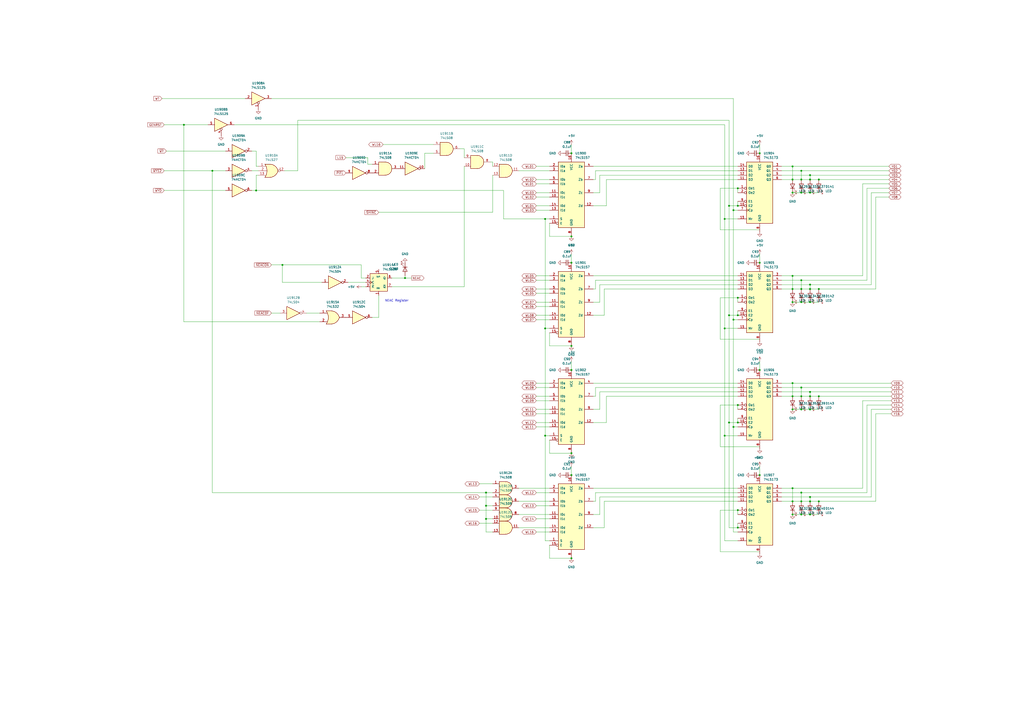
<source format=kicad_sch>
(kicad_sch (version 20231120) (generator "eeschema") (generator_version "8.0")
  (paper "A2")
  (lib_symbols
    (symbol "74xx:74HCT04"
      (property "Reference" "U" (at 0 1.27 0))
      (property "Value" "74HCT04" (at 0 -1.27 0))
      (symbol "74HCT04_1_0"
        (pin input line (at -7.62 0 0) (length 3.81) (name "~") (number "1"))
        (pin output inverted (at 7.62 0 180) (length 3.81) (name "~") (number "2"))
      )
      (symbol "74HCT04_2_0"
        (pin input line (at -7.62 0 0) (length 3.81) (name "~") (number "3"))
        (pin output inverted (at 7.62 0 180) (length 3.81) (name "~") (number "4"))
      )
      (symbol "74HCT04_3_0"
        (pin input line (at -7.62 0 0) (length 3.81) (name "~") (number "5"))
        (pin output inverted (at 7.62 0 180) (length 3.81) (name "~") (number "6"))
      )
      (symbol "74HCT04_4_0"
        (pin output inverted (at 7.62 0 180) (length 3.81) (name "~") (number "8"))
        (pin input line (at -7.62 0 0) (length 3.81) (name "~") (number "9"))
      )
      (symbol "74HCT04_5_0"
        (pin output inverted (at 7.62 0 180) (length 3.81) (name "~") (number "10"))
        (pin input line (at -7.62 0 0) (length 3.81) (name "~") (number "11"))
      )
      (symbol "74HCT04_6_0"
        (pin output inverted (at 7.62 0 180) (length 3.81) (name "~") (number "12"))
        (pin input line (at -7.62 0 0) (length 3.81) (name "~") (number "13"))
      )
      (symbol "74HCT04_7_0"
        (pin power_in line (at 0 12.7 270) (length 5.08) (name "VCC") (number "14"))
        (pin power_in line (at 0 -12.7 90) (length 5.08) (name "GND") (number "7"))
      )
    )
    (symbol "74xx:74LS04"
      (property "Reference" "U" (at 0 1.27 0))
      (property "Value" "74LS04" (at 0 -1.27 0))
      (symbol "74LS04_1_0"
        (pin input line (at -7.62 0 0) (length 3.81) (name "~") (number "1"))
        (pin output inverted (at 7.62 0 180) (length 3.81) (name "~") (number "2"))
      )
      (symbol "74LS04_2_0"
        (pin input line (at -7.62 0 0) (length 3.81) (name "~") (number "3"))
        (pin output inverted (at 7.62 0 180) (length 3.81) (name "~") (number "4"))
      )
      (symbol "74LS04_3_0"
        (pin input line (at -7.62 0 0) (length 3.81) (name "~") (number "5"))
        (pin output inverted (at 7.62 0 180) (length 3.81) (name "~") (number "6"))
      )
      (symbol "74LS04_4_0"
        (pin output inverted (at 7.62 0 180) (length 3.81) (name "~") (number "8"))
        (pin input line (at -7.62 0 0) (length 3.81) (name "~") (number "9"))
      )
      (symbol "74LS04_5_0"
        (pin output inverted (at 7.62 0 180) (length 3.81) (name "~") (number "10"))
        (pin input line (at -7.62 0 0) (length 3.81) (name "~") (number "11"))
      )
      (symbol "74LS04_6_0"
        (pin output inverted (at 7.62 0 180) (length 3.81) (name "~") (number "12"))
        (pin input line (at -7.62 0 0) (length 3.81) (name "~") (number "13"))
      )
      (symbol "74LS04_7_0"
        (pin power_in line (at 0 12.7 270) (length 5.08) (name "VCC") (number "14"))
        (pin power_in line (at 0 -12.7 90) (length 5.08) (name "GND") (number "7"))
      )
    )
    (symbol "74xx:74LS08" (pin_names (offset 1.016))
      (property "Reference" "U" (at 0 1.27 0))
      (property "Value" "74LS08" (at 0 -1.27 0))
      (symbol "74LS08_1_1"
        (pin input line (at -7.62 2.54 0) (length 3.81) (name "~") (number "1"))
        (pin input line (at -7.62 -2.54 0) (length 3.81) (name "~") (number "2"))
        (pin output line (at 7.62 0 180) (length 3.81) (name "~") (number "3"))
      )
      (symbol "74LS08_1_2"
        (pin input inverted (at -7.62 2.54 0) (length 4.318) (name "~") (number "1"))
        (pin input inverted (at -7.62 -2.54 0) (length 4.318) (name "~") (number "2"))
        (pin output inverted (at 7.62 0 180) (length 3.81) (name "~") (number "3"))
      )
      (symbol "74LS08_2_1"
        (pin input line (at -7.62 2.54 0) (length 3.81) (name "~") (number "4"))
        (pin input line (at -7.62 -2.54 0) (length 3.81) (name "~") (number "5"))
        (pin output line (at 7.62 0 180) (length 3.81) (name "~") (number "6"))
      )
      (symbol "74LS08_2_2"
        (pin input inverted (at -7.62 2.54 0) (length 4.318) (name "~") (number "4"))
        (pin input inverted (at -7.62 -2.54 0) (length 4.318) (name "~") (number "5"))
        (pin output inverted (at 7.62 0 180) (length 3.81) (name "~") (number "6"))
      )
      (symbol "74LS08_3_1"
        (pin input line (at -7.62 -2.54 0) (length 3.81) (name "~") (number "10"))
        (pin output line (at 7.62 0 180) (length 3.81) (name "~") (number "8"))
        (pin input line (at -7.62 2.54 0) (length 3.81) (name "~") (number "9"))
      )
      (symbol "74LS08_3_2"
        (pin input inverted (at -7.62 -2.54 0) (length 4.318) (name "~") (number "10"))
        (pin output inverted (at 7.62 0 180) (length 3.81) (name "~") (number "8"))
        (pin input inverted (at -7.62 2.54 0) (length 4.318) (name "~") (number "9"))
      )
      (symbol "74LS08_4_1"
        (pin output line (at 7.62 0 180) (length 3.81) (name "~") (number "11"))
        (pin input line (at -7.62 2.54 0) (length 3.81) (name "~") (number "12"))
        (pin input line (at -7.62 -2.54 0) (length 3.81) (name "~") (number "13"))
      )
      (symbol "74LS08_4_2"
        (pin output inverted (at 7.62 0 180) (length 3.81) (name "~") (number "11"))
        (pin input inverted (at -7.62 2.54 0) (length 4.318) (name "~") (number "12"))
        (pin input inverted (at -7.62 -2.54 0) (length 4.318) (name "~") (number "13"))
      )
      (symbol "74LS08_5_0"
        (pin power_in line (at 0 12.7 270) (length 5.08) (name "VCC") (number "14"))
        (pin power_in line (at 0 -12.7 90) (length 5.08) (name "GND") (number "7"))
      )
    )
    (symbol "74xx:74LS109" (pin_names (offset 1.016))
      (property "Reference" "U" (at -7.62 8.89 0))
      (property "Value" "74LS109" (at -7.62 -8.89 0))
      (symbol "74LS109_1_0"
        (pin input line (at 0 -7.62 90) (length 2.54) (name "~{R}") (number "1"))
        (pin input line (at -7.62 2.54 0) (length 2.54) (name "J") (number "2"))
        (pin input line (at -7.62 -2.54 0) (length 2.54) (name "~{K}") (number "3"))
        (pin input clock (at -7.62 0 0) (length 2.54) (name "C") (number "4"))
        (pin input line (at 0 7.62 270) (length 2.54) (name "~{S}") (number "5"))
        (pin output line (at 7.62 2.54 180) (length 2.54) (name "Q") (number "6"))
        (pin output line (at 7.62 -2.54 180) (length 2.54) (name "~{Q}") (number "7"))
      )
      (symbol "74LS109_2_0"
        (pin output line (at 7.62 2.54 180) (length 2.54) (name "Q") (number "10"))
        (pin input line (at 0 7.62 270) (length 2.54) (name "~{S}") (number "11"))
        (pin input clock (at -7.62 0 0) (length 2.54) (name "C") (number "12"))
        (pin input line (at -7.62 -2.54 0) (length 2.54) (name "~{K}") (number "13"))
        (pin input line (at -7.62 2.54 0) (length 2.54) (name "J") (number "14"))
        (pin input line (at 0 -7.62 90) (length 2.54) (name "~{R}") (number "15"))
        (pin output line (at 7.62 -2.54 180) (length 2.54) (name "~{Q}") (number "9"))
      )
      (symbol "74LS109_3_0"
        (pin power_in line (at 0 10.16 270) (length 2.54) (name "VCC") (number "16"))
        (pin power_in line (at 0 -10.16 90) (length 2.54) (name "GND") (number "8"))
      )
    )
    (symbol "74xx:74LS125" (pin_names (offset 1.016))
      (property "Reference" "U" (at 0 1.27 0))
      (property "Value" "74LS125" (at 0 -1.27 0))
      (symbol "74LS125_1_0"
        (pin input inverted (at 0 -6.35 90) (length 4.445) (name "~") (number "1"))
        (pin input line (at -7.62 0 0) (length 3.81) (name "~") (number "2"))
        (pin tri_state line (at 7.62 0 180) (length 3.81) (name "~") (number "3"))
      )
      (symbol "74LS125_2_0"
        (pin input inverted (at 0 -6.35 90) (length 4.445) (name "~") (number "4"))
        (pin input line (at -7.62 0 0) (length 3.81) (name "~") (number "5"))
        (pin tri_state line (at 7.62 0 180) (length 3.81) (name "~") (number "6"))
      )
      (symbol "74LS125_3_0"
        (pin input inverted (at 0 -6.35 90) (length 4.445) (name "~") (number "10"))
        (pin tri_state line (at 7.62 0 180) (length 3.81) (name "~") (number "8"))
        (pin input line (at -7.62 0 0) (length 3.81) (name "~") (number "9"))
      )
      (symbol "74LS125_4_0"
        (pin tri_state line (at 7.62 0 180) (length 3.81) (name "~") (number "11"))
        (pin input line (at -7.62 0 0) (length 3.81) (name "~") (number "12"))
        (pin input inverted (at 0 -6.35 90) (length 4.445) (name "~") (number "13"))
      )
      (symbol "74LS125_5_0"
        (pin power_in line (at 0 12.7 270) (length 5.08) (name "VCC") (number "14"))
        (pin power_in line (at 0 -12.7 90) (length 5.08) (name "GND") (number "7"))
      )
    )
    (symbol "74xx:74LS157" (pin_names (offset 1.016))
      (property "Reference" "U" (at -7.62 19.05 0))
      (property "Value" "74LS157" (at -7.62 -21.59 0))
      (symbol "74LS157_1_0"
        (pin input line (at -12.7 -15.24 0) (length 5.08) (name "S") (number "1"))
        (pin input line (at -12.7 -2.54 0) (length 5.08) (name "I1c") (number "10"))
        (pin input line (at -12.7 0 0) (length 5.08) (name "I0c") (number "11"))
        (pin output line (at 12.7 -7.62 180) (length 5.08) (name "Zd") (number "12"))
        (pin input line (at -12.7 -10.16 0) (length 5.08) (name "I1d") (number "13"))
        (pin input line (at -12.7 -7.62 0) (length 5.08) (name "I0d") (number "14"))
        (pin input inverted (at -12.7 -17.78 0) (length 5.08) (name "E") (number "15"))
        (pin power_in line (at 0 22.86 270) (length 5.08) (name "VCC") (number "16"))
        (pin input line (at -12.7 15.24 0) (length 5.08) (name "I0a") (number "2"))
        (pin input line (at -12.7 12.7 0) (length 5.08) (name "I1a") (number "3"))
        (pin output line (at 12.7 15.24 180) (length 5.08) (name "Za") (number "4"))
        (pin input line (at -12.7 7.62 0) (length 5.08) (name "I0b") (number "5"))
        (pin input line (at -12.7 5.08 0) (length 5.08) (name "I1b") (number "6"))
        (pin output line (at 12.7 7.62 180) (length 5.08) (name "Zb") (number "7"))
        (pin power_in line (at 0 -25.4 90) (length 5.08) (name "GND") (number "8"))
        (pin output line (at 12.7 0 180) (length 5.08) (name "Zc") (number "9"))
      )
    )
    (symbol "74xx:74LS173" (pin_names (offset 1.016))
      (property "Reference" "U" (at -7.62 19.05 0))
      (property "Value" "74LS173" (at -7.62 -19.05 0))
      (symbol "74LS173_1_0"
        (pin input inverted (at -12.7 2.54 0) (length 5.08) (name "Oe1") (number "1"))
        (pin input inverted (at -12.7 -7.62 0) (length 5.08) (name "E2") (number "10"))
        (pin input line (at -12.7 7.62 0) (length 5.08) (name "D3") (number "11"))
        (pin input line (at -12.7 10.16 0) (length 5.08) (name "D2") (number "12"))
        (pin input line (at -12.7 12.7 0) (length 5.08) (name "D1") (number "13"))
        (pin input line (at -12.7 15.24 0) (length 5.08) (name "D0") (number "14"))
        (pin input line (at -12.7 -15.24 0) (length 5.08) (name "Mr") (number "15"))
        (pin power_in line (at 0 22.86 270) (length 5.08) (name "VCC") (number "16"))
        (pin input inverted (at -12.7 0 0) (length 5.08) (name "Oe2") (number "2"))
        (pin tri_state line (at 12.7 15.24 180) (length 5.08) (name "Q0") (number "3"))
        (pin tri_state line (at 12.7 12.7 180) (length 5.08) (name "Q1") (number "4"))
        (pin tri_state line (at 12.7 10.16 180) (length 5.08) (name "Q2") (number "5"))
        (pin tri_state line (at 12.7 7.62 180) (length 5.08) (name "Q3") (number "6"))
        (pin input clock (at -12.7 -10.16 0) (length 5.08) (name "Cp") (number "7"))
        (pin power_in line (at 0 -22.86 90) (length 5.08) (name "GND") (number "8"))
        (pin input inverted (at -12.7 -5.08 0) (length 5.08) (name "E1") (number "9"))
      )
    )
    (symbol "74xx:74LS27" (pin_names (offset 1.016))
      (property "Reference" "U" (at 0 1.27 0))
      (property "Value" "74LS27" (at 0 -1.27 0))
      (symbol "74LS27_1_1"
        (pin input line (at -7.62 2.54 0) (length 4.318) (name "~") (number "1"))
        (pin output inverted (at 7.62 0 180) (length 3.81) (name "~") (number "12"))
        (pin input line (at -7.62 -2.54 0) (length 4.318) (name "~") (number "13"))
        (pin input line (at -7.62 0 0) (length 4.953) (name "~") (number "2"))
      )
      (symbol "74LS27_1_2"
        (pin input inverted (at -7.62 2.54 0) (length 3.81) (name "~") (number "1"))
        (pin output line (at 7.62 0 180) (length 3.81) (name "~") (number "12"))
        (pin input inverted (at -7.62 -2.54 0) (length 3.81) (name "~") (number "13"))
        (pin input inverted (at -7.62 0 0) (length 3.81) (name "~") (number "2"))
      )
      (symbol "74LS27_2_1"
        (pin input line (at -7.62 2.54 0) (length 4.318) (name "~") (number "3"))
        (pin input line (at -7.62 0 0) (length 4.953) (name "~") (number "4"))
        (pin input line (at -7.62 -2.54 0) (length 4.318) (name "~") (number "5"))
        (pin output inverted (at 7.62 0 180) (length 3.81) (name "~") (number "6"))
      )
      (symbol "74LS27_2_2"
        (pin input inverted (at -7.62 2.54 0) (length 3.81) (name "~") (number "3"))
        (pin input inverted (at -7.62 0 0) (length 3.81) (name "~") (number "4"))
        (pin input inverted (at -7.62 -2.54 0) (length 3.81) (name "~") (number "5"))
        (pin output line (at 7.62 0 180) (length 3.81) (name "~") (number "6"))
      )
      (symbol "74LS27_3_1"
        (pin input line (at -7.62 0 0) (length 4.953) (name "~") (number "10"))
        (pin input line (at -7.62 -2.54 0) (length 4.318) (name "~") (number "11"))
        (pin output inverted (at 7.62 0 180) (length 3.81) (name "~") (number "8"))
        (pin input line (at -7.62 2.54 0) (length 4.318) (name "~") (number "9"))
      )
      (symbol "74LS27_3_2"
        (pin input inverted (at -7.62 0 0) (length 3.81) (name "~") (number "10"))
        (pin input inverted (at -7.62 -2.54 0) (length 3.81) (name "~") (number "11"))
        (pin output line (at 7.62 0 180) (length 3.81) (name "~") (number "8"))
        (pin input inverted (at -7.62 2.54 0) (length 3.81) (name "~") (number "9"))
      )
      (symbol "74LS27_4_0"
        (pin power_in line (at 0 12.7 270) (length 5.08) (name "VCC") (number "14"))
        (pin power_in line (at 0 -12.7 90) (length 5.08) (name "GND") (number "7"))
      )
    )
    (symbol "74xx:74LS32" (pin_names (offset 1.016))
      (property "Reference" "U" (at 0 1.27 0))
      (property "Value" "74LS32" (at 0 -1.27 0))
      (symbol "74LS32_1_1"
        (pin input line (at -7.62 2.54 0) (length 4.318) (name "~") (number "1"))
        (pin input line (at -7.62 -2.54 0) (length 4.318) (name "~") (number "2"))
        (pin output line (at 7.62 0 180) (length 3.81) (name "~") (number "3"))
      )
      (symbol "74LS32_1_2"
        (pin input inverted (at -7.62 2.54 0) (length 3.81) (name "~") (number "1"))
        (pin input inverted (at -7.62 -2.54 0) (length 3.81) (name "~") (number "2"))
        (pin output inverted (at 7.62 0 180) (length 3.81) (name "~") (number "3"))
      )
      (symbol "74LS32_2_1"
        (pin input line (at -7.62 2.54 0) (length 4.318) (name "~") (number "4"))
        (pin input line (at -7.62 -2.54 0) (length 4.318) (name "~") (number "5"))
        (pin output line (at 7.62 0 180) (length 3.81) (name "~") (number "6"))
      )
      (symbol "74LS32_2_2"
        (pin input inverted (at -7.62 2.54 0) (length 3.81) (name "~") (number "4"))
        (pin input inverted (at -7.62 -2.54 0) (length 3.81) (name "~") (number "5"))
        (pin output inverted (at 7.62 0 180) (length 3.81) (name "~") (number "6"))
      )
      (symbol "74LS32_3_1"
        (pin input line (at -7.62 -2.54 0) (length 4.318) (name "~") (number "10"))
        (pin output line (at 7.62 0 180) (length 3.81) (name "~") (number "8"))
        (pin input line (at -7.62 2.54 0) (length 4.318) (name "~") (number "9"))
      )
      (symbol "74LS32_3_2"
        (pin input inverted (at -7.62 -2.54 0) (length 3.81) (name "~") (number "10"))
        (pin output inverted (at 7.62 0 180) (length 3.81) (name "~") (number "8"))
        (pin input inverted (at -7.62 2.54 0) (length 3.81) (name "~") (number "9"))
      )
      (symbol "74LS32_4_1"
        (pin output line (at 7.62 0 180) (length 3.81) (name "~") (number "11"))
        (pin input line (at -7.62 2.54 0) (length 4.318) (name "~") (number "12"))
        (pin input line (at -7.62 -2.54 0) (length 4.318) (name "~") (number "13"))
      )
      (symbol "74LS32_4_2"
        (pin output inverted (at 7.62 0 180) (length 3.81) (name "~") (number "11"))
        (pin input inverted (at -7.62 2.54 0) (length 3.81) (name "~") (number "12"))
        (pin input inverted (at -7.62 -2.54 0) (length 3.81) (name "~") (number "13"))
      )
      (symbol "74LS32_5_0"
        (pin power_in line (at 0 12.7 270) (length 5.08) (name "VCC") (number "14"))
        (pin power_in line (at 0 -12.7 90) (length 5.08) (name "GND") (number "7"))
      )
    )
    (symbol "Device:C_Small" (pin_numbers hide) (pin_names (offset 0.254) hide)
      (property "Reference" "C" (at 0.254 1.778 0))
      (property "Value" "C_Small" (at 0.254 -2.032 0))
      (symbol "C_Small_1_1"
        (pin passive line (at 0 2.54 270) (length 2.032) (name "~") (number "1"))
        (pin passive line (at 0 -2.54 90) (length 2.032) (name "~") (number "2"))
      )
    )
    (symbol "Device:LED" (pin_numbers hide) (pin_names (offset 1.016) hide)
      (property "Reference" "D" (at 0 2.54 0))
      (property "Value" "LED" (at 0 -2.54 0))
      (symbol "LED_1_1"
        (pin passive line (at -3.81 0 0) (length 2.54) (name "K") (number "1"))
        (pin passive line (at 3.81 0 180) (length 2.54) (name "A") (number "2"))
      )
    )
    (symbol "power:+5V" (power) (pin_numbers hide) (pin_names (offset 0) hide)
      (property "Value" "+5V" (at 0 3.556 0))
      (symbol "+5V_1_1"
        (pin power_in line (at 0 0 90) (length 0) (name "~") (number "1"))
      )
    )
    (symbol "power:GND" (power) (pin_numbers hide) (pin_names (offset 0) hide)
      (property "Value" "GND" (at 0 -3.81 0))
      (symbol "GND_1_1"
        (pin power_in line (at 0 0 270) (length 0) (name "~") (number "1"))
      )
    )
  )
  (junction (at 469.9 111.76))
  (junction (at 469.9 298.45))
  (junction (at 464.82 111.76))
  (junction (at 422.91 119.38))
  (junction (at 464.82 167.64))
  (junction (at 427.99 295.91))
  (junction (at 464.82 162.56))
  (junction (at 331.47 323.85))
  (junction (at 464.82 175.26))
  (junction (at 425.45 247.65))
  (junction (at 459.74 167.64))
  (junction (at 440.69 152.4))
  (junction (at 459.74 229.87))
  (junction (at 464.82 290.83))
  (junction (at 331.47 214.63))
  (junction (at 459.74 298.45))
  (junction (at 464.82 224.79))
  (junction (at 440.69 214.63))
  (junction (at 106.68 72.39))
  (junction (at 281.94 300.99))
  (junction (at 281.94 285.75))
  (junction (at 420.37 127))
  (junction (at 331.47 275.59))
  (junction (at 316.23 190.5))
  (junction (at 427.99 109.22))
  (junction (at 459.74 283.21))
  (junction (at 464.82 104.14))
  (junction (at 474.98 290.83))
  (junction (at 331.47 200.66))
  (junction (at 459.74 96.52))
  (junction (at 469.9 290.83))
  (junction (at 148.59 110.49))
  (junction (at 469.9 237.49))
  (junction (at 331.47 88.9))
  (junction (at 427.99 182.88))
  (junction (at 123.19 99.06))
  (junction (at 474.98 167.64))
  (junction (at 459.74 290.83))
  (junction (at 427.99 234.95))
  (junction (at 469.9 229.87))
  (junction (at 459.74 175.26))
  (junction (at 427.99 306.07))
  (junction (at 464.82 99.06))
  (junction (at 281.94 293.37))
  (junction (at 469.9 288.29))
  (junction (at 464.82 298.45))
  (junction (at 469.9 227.33))
  (junction (at 427.99 245.11))
  (junction (at 425.45 185.42))
  (junction (at 427.99 172.72))
  (junction (at 464.82 229.87))
  (junction (at 422.91 245.11))
  (junction (at 469.9 175.26))
  (junction (at 469.9 101.6))
  (junction (at 316.23 252.73))
  (junction (at 474.98 104.14))
  (junction (at 420.37 190.5))
  (junction (at 427.99 119.38))
  (junction (at 464.82 237.49))
  (junction (at 234.95 161.29))
  (junction (at 459.74 222.25))
  (junction (at 316.23 127))
  (junction (at 459.74 104.14))
  (junction (at 459.74 237.49))
  (junction (at 464.82 285.75))
  (junction (at 459.74 111.76))
  (junction (at 440.69 275.59))
  (junction (at 331.47 152.4))
  (junction (at 469.9 167.64))
  (junction (at 474.98 229.87))
  (junction (at 440.69 88.9))
  (junction (at 469.9 165.1))
  (junction (at 425.45 121.92))
  (junction (at 331.47 137.16))
  (junction (at 331.47 262.89))
  (junction (at 459.74 160.02))
  (junction (at 422.91 182.88))
  (junction (at 163.83 153.67))
  (junction (at 469.9 104.14))
  (junction (at 420.37 252.73))
  (wire (pts (xy 157.48 57.15) (xy 425.45 57.15)))
  (wire (pts (xy 219.71 123.19) (xy 285.75 123.19)))
  (wire (pts (xy 351.79 104.14) (xy 351.79 119.38)))
  (wire (pts (xy 222.25 83.82) (xy 251.46 83.82)))
  (wire (pts (xy 453.39 283.21) (xy 459.74 283.21)))
  (wire (pts (xy 427.99 190.5) (xy 420.37 190.5)))
  (wire (pts (xy 311.15 308.61) (xy 318.77 308.61)))
  (wire (pts (xy 469.9 165.1) (xy 469.9 167.64)))
  (wire (pts (xy 316.23 190.5) (xy 316.23 252.73)))
  (wire (pts (xy 347.98 165.1) (xy 427.99 165.1)))
  (wire (pts (xy 469.9 175.26) (xy 474.98 175.26)))
  (wire (pts (xy 123.19 99.06) (xy 123.19 285.75)))
  (wire (pts (xy 300.99 283.21) (xy 318.77 283.21)))
  (wire (pts (xy 213.36 95.25) (xy 215.9 95.25)))
  (wire (pts (xy 347.98 288.29) (xy 427.99 288.29)))
  (wire (pts (xy 165.1 99.06) (xy 172.72 99.06)))
  (wire (pts (xy 344.17 245.11) (xy 351.79 245.11)))
  (wire (pts (xy 135.89 72.39) (xy 420.37 72.39)))
  (wire (pts (xy 440.69 259.08) (xy 417.83 259.08)))
  (wire (pts (xy 344.17 306.07) (xy 350.52 306.07)))
  (wire (pts (xy 311.15 245.11) (xy 318.77 245.11)))
  (wire (pts (xy 464.82 224.79) (xy 516.89 224.79)))
  (wire (pts (xy 459.74 96.52) (xy 459.74 104.14)))
  (wire (pts (xy 464.82 111.76) (xy 469.9 111.76)))
  (wire (pts (xy 281.94 300.99) (xy 285.75 300.99)))
  (wire (pts (xy 246.38 88.9) (xy 246.38 97.79)))
  (wire (pts (xy 464.82 104.14) (xy 469.9 104.14)))
  (wire (pts (xy 453.39 224.79) (xy 464.82 224.79)))
  (wire (pts (xy 281.94 308.61) (xy 285.75 308.61)))
  (wire (pts (xy 316.23 127) (xy 318.77 127)))
  (wire (pts (xy 469.9 288.29) (xy 505.46 288.29)))
  (wire (pts (xy 440.69 270.51) (xy 440.69 275.59)))
  (wire (pts (xy 417.83 196.85) (xy 417.83 172.72)))
  (wire (pts (xy 427.99 180.34) (xy 427.99 182.88)))
  (wire (pts (xy 123.19 285.75) (xy 281.94 285.75)))
  (wire (pts (xy 417.83 295.91) (xy 427.99 295.91)))
  (wire (pts (xy 464.82 229.87) (xy 469.9 229.87)))
  (wire (pts (xy 459.74 283.21) (xy 459.74 290.83)))
  (wire (pts (xy 453.39 99.06) (xy 464.82 99.06)))
  (wire (pts (xy 500.38 160.02) (xy 500.38 106.68)))
  (wire (pts (xy 440.69 320.04) (xy 417.83 320.04)))
  (wire (pts (xy 440.69 83.82) (xy 440.69 88.9)))
  (wire (pts (xy 172.72 69.85) (xy 172.72 99.06)))
  (wire (pts (xy 345.44 290.83) (xy 345.44 285.75)))
  (wire (pts (xy 440.69 147.32) (xy 440.69 152.4)))
  (wire (pts (xy 464.82 175.26) (xy 469.9 175.26)))
  (wire (pts (xy 427.99 252.73) (xy 420.37 252.73)))
  (wire (pts (xy 505.46 288.29) (xy 505.46 237.49)))
  (wire (pts (xy 425.45 185.42) (xy 427.99 185.42)))
  (wire (pts (xy 278.13 288.29) (xy 285.75 288.29)))
  (wire (pts (xy 516.89 234.95) (xy 502.92 234.95)))
  (wire (pts (xy 345.44 162.56) (xy 427.99 162.56)))
  (wire (pts (xy 201.93 163.83) (xy 212.09 163.83)))
  (wire (pts (xy 344.17 160.02) (xy 427.99 160.02)))
  (wire (pts (xy 459.74 222.25) (xy 459.74 229.87)))
  (wire (pts (xy 281.94 285.75) (xy 285.75 285.75)))
  (wire (pts (xy 172.72 69.85) (xy 422.91 69.85)))
  (wire (pts (xy 459.74 229.87) (xy 464.82 229.87)))
  (wire (pts (xy 344.17 229.87) (xy 345.44 229.87)))
  (wire (pts (xy 149.86 96.52) (xy 148.59 96.52)))
  (wire (pts (xy 464.82 162.56) (xy 464.82 167.64)))
  (wire (pts (xy 316.23 313.69) (xy 318.77 313.69)))
  (wire (pts (xy 464.82 167.64) (xy 469.9 167.64)))
  (wire (pts (xy 347.98 227.33) (xy 347.98 237.49)))
  (wire (pts (xy 269.24 96.52) (xy 269.24 166.37)))
  (wire (pts (xy 300.99 306.07) (xy 318.77 306.07)))
  (wire (pts (xy 440.69 196.85) (xy 417.83 196.85)))
  (wire (pts (xy 269.24 91.44) (xy 269.24 86.36)))
  (wire (pts (xy 505.46 165.1) (xy 505.46 111.76)))
  (wire (pts (xy 318.77 262.89) (xy 331.47 262.89)))
  (wire (pts (xy 219.71 171.45) (xy 219.71 184.15)))
  (wire (pts (xy 278.13 280.67) (xy 285.75 280.67)))
  (wire (pts (xy 186.69 163.83) (xy 163.83 163.83)))
  (wire (pts (xy 459.74 167.64) (xy 464.82 167.64)))
  (wire (pts (xy 427.99 109.22) (xy 427.99 111.76)))
  (wire (pts (xy 318.77 200.66) (xy 331.47 200.66)))
  (wire (pts (xy 285.75 96.52) (xy 285.75 93.98)))
  (wire (pts (xy 422.91 245.11) (xy 422.91 306.07)))
  (wire (pts (xy 469.9 229.87) (xy 474.98 229.87)))
  (wire (pts (xy 311.15 240.03) (xy 318.77 240.03)))
  (wire (pts (xy 417.83 172.72) (xy 427.99 172.72)))
  (wire (pts (xy 420.37 313.69) (xy 420.37 252.73)))
  (wire (pts (xy 163.83 153.67) (xy 157.48 153.67)))
  (wire (pts (xy 347.98 101.6) (xy 427.99 101.6)))
  (wire (pts (xy 351.79 229.87) (xy 427.99 229.87)))
  (wire (pts (xy 516.89 240.03) (xy 508 240.03)))
  (wire (pts (xy 311.15 106.68) (xy 318.77 106.68)))
  (wire (pts (xy 281.94 300.99) (xy 281.94 308.61)))
  (wire (pts (xy 459.74 160.02) (xy 459.74 167.64)))
  (wire (pts (xy 422.91 245.11) (xy 427.99 245.11)))
  (wire (pts (xy 318.77 193.04) (xy 318.77 200.66)))
  (wire (pts (xy 505.46 237.49) (xy 516.89 237.49)))
  (wire (pts (xy 311.15 182.88) (xy 318.77 182.88)))
  (wire (pts (xy 427.99 242.57) (xy 427.99 245.11)))
  (wire (pts (xy 344.17 283.21) (xy 427.99 283.21)))
  (wire (pts (xy 96.52 87.63) (xy 130.81 87.63)))
  (wire (pts (xy 146.05 99.06) (xy 149.86 99.06)))
  (wire (pts (xy 209.55 161.29) (xy 212.09 161.29)))
  (wire (pts (xy 311.15 121.92) (xy 318.77 121.92)))
  (wire (pts (xy 311.15 229.87) (xy 318.77 229.87)))
  (wire (pts (xy 417.83 234.95) (xy 427.99 234.95)))
  (wire (pts (xy 469.9 101.6) (xy 515.62 101.6)))
  (wire (pts (xy 427.99 313.69) (xy 420.37 313.69)))
  (wire (pts (xy 331.47 83.82) (xy 331.47 88.9)))
  (wire (pts (xy 459.74 175.26) (xy 464.82 175.26)))
  (wire (pts (xy 417.83 320.04) (xy 417.83 295.91)))
  (wire (pts (xy 417.83 109.22) (xy 427.99 109.22)))
  (wire (pts (xy 311.15 167.64) (xy 318.77 167.64)))
  (wire (pts (xy 95.25 72.39) (xy 106.68 72.39)))
  (wire (pts (xy 453.39 160.02) (xy 459.74 160.02)))
  (wire (pts (xy 505.46 111.76) (xy 515.62 111.76)))
  (wire (pts (xy 311.15 300.99) (xy 318.77 300.99)))
  (wire (pts (xy 427.99 234.95) (xy 427.99 237.49)))
  (wire (pts (xy 425.45 247.65) (xy 425.45 185.42)))
  (wire (pts (xy 311.15 293.37) (xy 318.77 293.37)))
  (wire (pts (xy 311.15 185.42) (xy 318.77 185.42)))
  (wire (pts (xy 318.77 137.16) (xy 331.47 137.16)))
  (wire (pts (xy 474.98 290.83) (xy 508 290.83)))
  (wire (pts (xy 316.23 190.5) (xy 318.77 190.5)))
  (wire (pts (xy 350.52 167.64) (xy 427.99 167.64)))
  (wire (pts (xy 350.52 306.07) (xy 350.52 290.83)))
  (wire (pts (xy 311.15 170.18) (xy 318.77 170.18)))
  (wire (pts (xy 316.23 252.73) (xy 316.23 313.69)))
  (wire (pts (xy 464.82 162.56) (xy 502.92 162.56)))
  (wire (pts (xy 469.9 227.33) (xy 516.89 227.33)))
  (wire (pts (xy 281.94 293.37) (xy 285.75 293.37)))
  (wire (pts (xy 345.44 162.56) (xy 345.44 167.64)))
  (wire (pts (xy 311.15 175.26) (xy 318.77 175.26)))
  (wire (pts (xy 316.23 252.73) (xy 318.77 252.73)))
  (wire (pts (xy 459.74 111.76) (xy 464.82 111.76)))
  (wire (pts (xy 209.55 166.37) (xy 212.09 166.37)))
  (wire (pts (xy 453.39 167.64) (xy 459.74 167.64)))
  (wire (pts (xy 93.98 57.15) (xy 142.24 57.15)))
  (wire (pts (xy 508 114.3) (xy 508 167.64)))
  (wire (pts (xy 148.59 110.49) (xy 292.1 110.49)))
  (wire (pts (xy 417.83 259.08) (xy 417.83 234.95)))
  (wire (pts (xy 425.45 308.61) (xy 425.45 247.65)))
  (wire (pts (xy 157.48 181.61) (xy 162.56 181.61)))
  (wire (pts (xy 459.74 160.02) (xy 500.38 160.02)))
  (wire (pts (xy 292.1 110.49) (xy 292.1 127)))
  (wire (pts (xy 459.74 290.83) (xy 464.82 290.83)))
  (wire (pts (xy 500.38 232.41) (xy 516.89 232.41)))
  (wire (pts (xy 95.25 110.49) (xy 130.81 110.49)))
  (wire (pts (xy 459.74 237.49) (xy 464.82 237.49)))
  (wire (pts (xy 311.15 237.49) (xy 318.77 237.49)))
  (wire (pts (xy 285.75 123.19) (xy 285.75 101.6)))
  (wire (pts (xy 417.83 133.35) (xy 417.83 109.22)))
  (wire (pts (xy 469.9 165.1) (xy 505.46 165.1)))
  (wire (pts (xy 311.15 111.76) (xy 318.77 111.76)))
  (wire (pts (xy 345.44 104.14) (xy 344.17 104.14)))
  (wire (pts (xy 474.98 167.64) (xy 508 167.64)))
  (wire (pts (xy 344.17 222.25) (xy 427.99 222.25)))
  (wire (pts (xy 425.45 121.92) (xy 427.99 121.92)))
  (wire (pts (xy 453.39 288.29) (xy 469.9 288.29)))
  (wire (pts (xy 469.9 288.29) (xy 469.9 290.83)))
  (wire (pts (xy 285.75 93.98) (xy 284.48 93.98)))
  (wire (pts (xy 278.13 295.91) (xy 285.75 295.91)))
  (wire (pts (xy 344.17 298.45) (xy 347.98 298.45)))
  (wire (pts (xy 123.19 99.06) (xy 130.81 99.06)))
  (wire (pts (xy 464.82 224.79) (xy 464.82 229.87)))
  (wire (pts (xy 515.62 109.22) (xy 502.92 109.22)))
  (wire (pts (xy 425.45 185.42) (xy 425.45 121.92)))
  (wire (pts (xy 422.91 182.88) (xy 427.99 182.88)))
  (wire (pts (xy 318.77 323.85) (xy 331.47 323.85)))
  (wire (pts (xy 459.74 96.52) (xy 515.62 96.52)))
  (wire (pts (xy 331.47 270.51) (xy 331.47 275.59)))
  (wire (pts (xy 351.79 119.38) (xy 344.17 119.38)))
  (wire (pts (xy 227.33 166.37) (xy 269.24 166.37)))
  (wire (pts (xy 148.59 110.49) (xy 146.05 110.49)))
  (wire (pts (xy 278.13 303.53) (xy 285.75 303.53)))
  (wire (pts (xy 453.39 229.87) (xy 459.74 229.87)))
  (wire (pts (xy 311.15 224.79) (xy 318.77 224.79)))
  (wire (pts (xy 345.44 224.79) (xy 427.99 224.79)))
  (wire (pts (xy 500.38 106.68) (xy 515.62 106.68)))
  (wire (pts (xy 185.42 186.69) (xy 106.68 186.69)))
  (wire (pts (xy 106.68 72.39) (xy 106.68 186.69)))
  (wire (pts (xy 345.44 229.87) (xy 345.44 224.79)))
  (wire (pts (xy 345.44 99.06) (xy 427.99 99.06)))
  (wire (pts (xy 515.62 114.3) (xy 508 114.3)))
  (wire (pts (xy 422.91 182.88) (xy 422.91 245.11)))
  (wire (pts (xy 344.17 96.52) (xy 427.99 96.52)))
  (wire (pts (xy 425.45 57.15) (xy 425.45 121.92)))
  (wire (pts (xy 95.25 99.06) (xy 123.19 99.06)))
  (wire (pts (xy 474.98 104.14) (xy 515.62 104.14)))
  (wire (pts (xy 316.23 190.5) (xy 316.23 127)))
  (wire (pts (xy 227.33 161.29) (xy 234.95 161.29)))
  (wire (pts (xy 351.79 245.11) (xy 351.79 229.87)))
  (wire (pts (xy 502.92 109.22) (xy 502.92 162.56)))
  (wire (pts (xy 469.9 167.64) (xy 474.98 167.64)))
  (wire (pts (xy 459.74 298.45) (xy 464.82 298.45)))
  (wire (pts (xy 350.52 182.88) (xy 344.17 182.88)))
  (wire (pts (xy 311.15 222.25) (xy 318.77 222.25)))
  (wire (pts (xy 350.52 290.83) (xy 427.99 290.83)))
  (wire (pts (xy 469.9 298.45) (xy 474.98 298.45)))
  (wire (pts (xy 311.15 285.75) (xy 318.77 285.75)))
  (wire (pts (xy 500.38 283.21) (xy 500.38 232.41)))
  (wire (pts (xy 469.9 227.33) (xy 469.9 229.87)))
  (wire (pts (xy 300.99 99.06) (xy 318.77 99.06)))
  (wire (pts (xy 469.9 104.14) (xy 474.98 104.14)))
  (wire (pts (xy 464.82 285.75) (xy 464.82 290.83)))
  (wire (pts (xy 453.39 162.56) (xy 464.82 162.56)))
  (wire (pts (xy 318.77 255.27) (xy 318.77 262.89)))
  (wire (pts (xy 427.99 308.61) (xy 425.45 308.61)))
  (wire (pts (xy 148.59 87.63) (xy 146.05 87.63)))
  (wire (pts (xy 318.77 316.23) (xy 318.77 323.85)))
  (wire (pts (xy 459.74 104.14) (xy 464.82 104.14)))
  (wire (pts (xy 459.74 222.25) (xy 516.89 222.25)))
  (wire (pts (xy 440.69 133.35) (xy 417.83 133.35)))
  (wire (pts (xy 427.99 247.65) (xy 425.45 247.65)))
  (wire (pts (xy 311.15 104.14) (xy 318.77 104.14)))
  (wire (pts (xy 163.83 153.67) (xy 209.55 153.67)))
  (wire (pts (xy 427.99 172.72) (xy 427.99 175.26)))
  (wire (pts (xy 347.98 237.49) (xy 344.17 237.49)))
  (wire (pts (xy 311.15 177.8) (xy 318.77 177.8)))
  (wire (pts (xy 281.94 293.37) (xy 281.94 300.99)))
  (wire (pts (xy 345.44 285.75) (xy 427.99 285.75)))
  (wire (pts (xy 453.39 290.83) (xy 459.74 290.83)))
  (wire (pts (xy 420.37 190.5) (xy 420.37 127)))
  (wire (pts (xy 502.92 234.95) (xy 502.92 285.75)))
  (wire (pts (xy 311.15 96.52) (xy 318.77 96.52)))
  (wire (pts (xy 347.98 175.26) (xy 347.98 165.1)))
  (wire (pts (xy 148.59 96.52) (xy 148.59 87.63)))
  (wire (pts (xy 464.82 99.06) (xy 515.62 99.06)))
  (wire (pts (xy 269.24 86.36) (xy 266.7 86.36)))
  (wire (pts (xy 453.39 165.1) (xy 469.9 165.1)))
  (wire (pts (xy 318.77 129.54) (xy 318.77 137.16)))
  (wire (pts (xy 474.98 229.87) (xy 516.89 229.87)))
  (wire (pts (xy 350.52 167.64) (xy 350.52 182.88)))
  (wire (pts (xy 453.39 222.25) (xy 459.74 222.25)))
  (wire (pts (xy 464.82 285.75) (xy 502.92 285.75)))
  (wire (pts (xy 344.17 175.26) (xy 347.98 175.26)))
  (wire (pts (xy 469.9 237.49) (xy 474.98 237.49)))
  (wire (pts (xy 464.82 99.06) (xy 464.82 104.14)))
  (wire (pts (xy 213.36 91.44) (xy 213.36 95.25)))
  (wire (pts (xy 453.39 96.52) (xy 459.74 96.52)))
  (wire (pts (xy 347.98 111.76) (xy 347.98 101.6)))
  (wire (pts (xy 344.17 290.83) (xy 345.44 290.83)))
  (wire (pts (xy 422.91 119.38) (xy 427.99 119.38)))
  (wire (pts (xy 440.69 209.55) (xy 440.69 214.63)))
  (wire (pts (xy 427.99 303.53) (xy 427.99 306.07)))
  (wire (pts (xy 420.37 252.73) (xy 420.37 190.5)))
  (wire (pts (xy 163.83 163.83) (xy 163.83 153.67)))
  (wire (pts (xy 453.39 285.75) (xy 464.82 285.75)))
  (wire (pts (xy 106.68 72.39) (xy 120.65 72.39)))
  (wire (pts (xy 464.82 290.83) (xy 469.9 290.83)))
  (wire (pts (xy 345.44 99.06) (xy 345.44 104.14)))
  (wire (pts (xy 281.94 285.75) (xy 281.94 293.37)))
  (wire (pts (xy 422.91 119.38) (xy 422.91 182.88)))
  (wire (pts (xy 347.98 227.33) (xy 427.99 227.33)))
  (wire (pts (xy 234.95 161.29) (xy 234.95 160.02)))
  (wire (pts (xy 422.91 306.07) (xy 427.99 306.07)))
  (wire (pts (xy 427.99 116.84) (xy 427.99 119.38)))
  (wire (pts (xy 331.47 209.55) (xy 331.47 214.63)))
  (wire (pts (xy 453.39 101.6) (xy 469.9 101.6)))
  (wire (pts (xy 177.8 181.61) (xy 185.42 181.61)))
  (wire (pts (xy 344.17 111.76) (xy 347.98 111.76)))
  (wire (pts (xy 469.9 111.76) (xy 474.98 111.76)))
  (wire (pts (xy 149.86 101.6) (xy 148.59 101.6)))
  (wire (pts (xy 311.15 247.65) (xy 318.77 247.65)))
  (wire (pts (xy 215.9 184.15) (xy 219.71 184.15)))
  (wire (pts (xy 345.44 167.64) (xy 344.17 167.64)))
  (wire (pts (xy 464.82 237.49) (xy 469.9 237.49)))
  (wire (pts (xy 453.39 104.14) (xy 459.74 104.14)))
  (wire (pts (xy 148.59 101.6) (xy 148.59 110.49)))
  (wire (pts (xy 331.47 147.32) (xy 331.47 152.4)))
  (wire (pts (xy 422.91 69.85) (xy 422.91 119.38)))
  (wire (pts (xy 469.9 101.6) (xy 469.9 104.14)))
  (wire (pts (xy 427.99 127) (xy 420.37 127)))
  (wire (pts (xy 311.15 160.02) (xy 318.77 160.02)))
  (wire (pts (xy 459.74 283.21) (xy 500.38 283.21)))
  (wire (pts (xy 234.95 161.29) (xy 238.76 161.29)))
  (wire (pts (xy 469.9 290.83) (xy 474.98 290.83)))
  (wire (pts (xy 311.15 119.38) (xy 318.77 119.38)))
  (wire (pts (xy 420.37 127) (xy 420.37 72.39)))
  (wire (pts (xy 347.98 298.45) (xy 347.98 288.29)))
  (wire (pts (xy 251.46 88.9) (xy 246.38 88.9)))
  (wire (pts (xy 311.15 232.41) (xy 318.77 232.41)))
  (wire (pts (xy 292.1 127) (xy 316.23 127)))
  (wire (pts (xy 300.99 290.83) (xy 318.77 290.83)))
  (wire (pts (xy 311.15 162.56) (xy 318.77 162.56)))
  (wire (pts (xy 453.39 227.33) (xy 469.9 227.33)))
  (wire (pts (xy 427.99 295.91) (xy 427.99 298.45)))
  (wire (pts (xy 464.82 298.45) (xy 469.9 298.45)))
  (wire (pts (xy 351.79 104.14) (xy 427.99 104.14)))
  (wire (pts (xy 300.99 298.45) (xy 318.77 298.45)))
  (wire (pts (xy 209.55 153.67) (xy 209.55 161.29)))
  (wire (pts (xy 311.15 114.3) (xy 318.77 114.3)))
  (wire (pts (xy 200.66 91.44) (xy 213.36 91.44)))
  (wire (pts (xy 508 240.03) (xy 508 290.83)))
  (text "NEAC Register" (at 230.124 174.498 0) (effects (font (size 1.27 1.27))))
  (global_label "Y09" (shape tri_state) (at 516.89 222.25 0) (property "Intersheetrefs" "${INTERSHEET_REFS}" (effects (hide yes))))
  (global_label "WL09" (shape tri_state) (at 311.15 232.41 180) (property "Intersheetrefs" "${INTERSHEET_REFS}" (effects (hide yes))))
  (global_label "Y02" (shape tri_state) (at 515.62 99.06 0) (property "Intersheetrefs" "${INTERSHEET_REFS}" (effects (hide yes))))
  (global_label "WL07" (shape tri_state) (at 311.15 175.26 180) (property "Intersheetrefs" "${INTERSHEET_REFS}" (effects (hide yes))))
  (global_label "~{NEACOF}" (shape input) (at 157.48 181.61 180) (property "Intersheetrefs" "${INTERSHEET_REFS}" (effects (hide yes))))
  (global_label "WL14" (shape tri_state) (at 278.13 288.29 180) (property "Intersheetrefs" "${INTERSHEET_REFS}" (effects (hide yes))))
  (global_label "WL15" (shape tri_state) (at 278.13 295.91 180) (property "Intersheetrefs" "${INTERSHEET_REFS}" (effects (hide yes))))
  (global_label "WL04" (shape tri_state) (at 311.15 162.56 180) (property "Intersheetrefs" "${INTERSHEET_REFS}" (effects (hide yes))))
  (global_label "WL01" (shape tri_state) (at 311.15 106.68 180) (property "Intersheetrefs" "${INTERSHEET_REFS}" (effects (hide yes))))
  (global_label "WL16" (shape tri_state) (at 222.25 83.82 180) (property "Intersheetrefs" "${INTERSHEET_REFS}" (effects (hide yes))))
  (global_label "WL08" (shape tri_state) (at 311.15 224.79 180) (property "Intersheetrefs" "${INTERSHEET_REFS}" (effects (hide yes))))
  (global_label "Y06" (shape tri_state) (at 515.62 109.22 0) (property "Intersheetrefs" "${INTERSHEET_REFS}" (effects (hide yes))))
  (global_label "Y11" (shape tri_state) (at 516.89 227.33 0) (property "Intersheetrefs" "${INTERSHEET_REFS}" (effects (hide yes))))
  (global_label "WL09" (shape tri_state) (at 311.15 222.25 180) (property "Intersheetrefs" "${INTERSHEET_REFS}" (effects (hide yes))))
  (global_label "L15" (shape input) (at 200.66 91.44 180) (property "Intersheetrefs" "${INTERSHEET_REFS}" (effects (hide yes))))
  (global_label "Y04" (shape tri_state) (at 515.62 104.14 0) (property "Intersheetrefs" "${INTERSHEET_REFS}" (effects (hide yes))))
  (global_label "~{WY}" (shape input) (at 96.52 87.63 180) (property "Intersheetrefs" "${INTERSHEET_REFS}" (effects (hide yes))))
  (global_label "WL03" (shape tri_state) (at 311.15 121.92 180) (property "Intersheetrefs" "${INTERSHEET_REFS}" (effects (hide yes))))
  (global_label "WL13" (shape tri_state) (at 311.15 293.37 180) (property "Intersheetrefs" "${INTERSHEET_REFS}" (effects (hide yes))))
  (global_label "WL05" (shape bidirectional) (at 311.15 160.02 180) (property "Intersheetrefs" "${INTERSHEET_REFS}" (effects (hide yes))))
  (global_label "~{WY12}" (shape input) (at 95.25 99.06 180) (property "Intersheetrefs" "${INTERSHEET_REFS}" (effects (hide yes))))
  (global_label "WL07" (shape tri_state) (at 311.15 185.42 180) (property "Intersheetrefs" "${INTERSHEET_REFS}" (effects (hide yes))))
  (global_label "WL02" (shape tri_state) (at 311.15 114.3 180) (property "Intersheetrefs" "${INTERSHEET_REFS}" (effects (hide yes))))
  (global_label "Y07" (shape tri_state) (at 515.62 111.76 0) (property "Intersheetrefs" "${INTERSHEET_REFS}" (effects (hide yes))))
  (global_label "Y13" (shape tri_state) (at 516.89 232.41 0) (property "Intersheetrefs" "${INTERSHEET_REFS}" (effects (hide yes))))
  (global_label "WT" (shape input) (at 93.98 57.15 180) (property "Intersheetrefs" "${INTERSHEET_REFS}" (effects (hide yes))))
  (global_label "WL11" (shape tri_state) (at 311.15 237.49 180) (property "Intersheetrefs" "${INTERSHEET_REFS}" (effects (hide yes))))
  (global_label "WL03" (shape tri_state) (at 311.15 111.76 180) (property "Intersheetrefs" "${INTERSHEET_REFS}" (effects (hide yes))))
  (global_label "WL16" (shape tri_state) (at 278.13 303.53 180) (property "Intersheetrefs" "${INTERSHEET_REFS}" (effects (hide yes))))
  (global_label "WL14" (shape tri_state) (at 311.15 300.99 180) (property "Intersheetrefs" "${INTERSHEET_REFS}" (effects (hide yes))))
  (global_label "Y15" (shape tri_state) (at 516.89 237.49 0) (property "Intersheetrefs" "${INTERSHEET_REFS}" (effects (hide yes))))
  (global_label "Y14" (shape tri_state) (at 516.89 234.95 0) (property "Intersheetrefs" "${INTERSHEET_REFS}" (effects (hide yes))))
  (global_label "WL16" (shape tri_state) (at 311.15 308.61 180) (property "Intersheetrefs" "${INTERSHEET_REFS}" (effects (hide yes))))
  (global_label "WL01" (shape tri_state) (at 311.15 96.52 180) (property "Intersheetrefs" "${INTERSHEET_REFS}" (effects (hide yes))))
  (global_label "NEAC" (shape output) (at 238.76 161.29 0) (property "Intersheetrefs" "${INTERSHEET_REFS}" (effects (hide yes))))
  (global_label "WL10" (shape tri_state) (at 311.15 240.03 180) (property "Intersheetrefs" "${INTERSHEET_REFS}" (effects (hide yes))))
  (global_label "Y03" (shape tri_state) (at 515.62 101.6 0) (property "Intersheetrefs" "${INTERSHEET_REFS}" (effects (hide yes))))
  (global_label "WL06" (shape bidirectional) (at 311.15 177.8 180) (property "Intersheetrefs" "${INTERSHEET_REFS}" (effects (hide yes))))
  (global_label "WL11" (shape tri_state) (at 311.15 247.65 180) (property "Intersheetrefs" "${INTERSHEET_REFS}" (effects (hide yes))))
  (global_label "Y08" (shape tri_state) (at 515.62 114.3 0) (property "Intersheetrefs" "${INTERSHEET_REFS}" (effects (hide yes))))
  (global_label "WL10" (shape tri_state) (at 311.15 229.87 180) (property "Intersheetrefs" "${INTERSHEET_REFS}" (effects (hide yes))))
  (global_label "WL08" (shape tri_state) (at 311.15 182.88 180) (property "Intersheetrefs" "${INTERSHEET_REFS}" (effects (hide yes))))
  (global_label "GENRST" (shape input) (at 95.25 72.39 180) (property "Intersheetrefs" "${INTERSHEET_REFS}" (effects (hide yes))))
  (global_label "WL05" (shape bidirectional) (at 311.15 170.18 180) (property "Intersheetrefs" "${INTERSHEET_REFS}" (effects (hide yes))))
  (global_label "WL12" (shape tri_state) (at 311.15 245.11 180) (property "Intersheetrefs" "${INTERSHEET_REFS}" (effects (hide yes))))
  (global_label "WL02" (shape tri_state) (at 311.15 104.14 180) (property "Intersheetrefs" "${INTERSHEET_REFS}" (effects (hide yes))))
  (global_label "Y12" (shape tri_state) (at 516.89 229.87 0) (property "Intersheetrefs" "${INTERSHEET_REFS}" (effects (hide yes))))
  (global_label "Y16" (shape tri_state) (at 516.89 240.03 0) (property "Intersheetrefs" "${INTERSHEET_REFS}" (effects (hide yes))))
  (global_label "WL12" (shape tri_state) (at 311.15 285.75 180) (property "Intersheetrefs" "${INTERSHEET_REFS}" (effects (hide yes))))
  (global_label "WL13" (shape tri_state) (at 278.13 280.67 180) (property "Intersheetrefs" "${INTERSHEET_REFS}" (effects (hide yes))))
  (global_label "Y01" (shape tri_state) (at 515.62 96.52 0) (property "Intersheetrefs" "${INTERSHEET_REFS}" (effects (hide yes))))
  (global_label "~{PIFL}" (shape input) (at 200.66 100.33 180) (property "Intersheetrefs" "${INTERSHEET_REFS}" (effects (hide yes))))
  (global_label "WL04" (shape tri_state) (at 311.15 119.38 180) (property "Intersheetrefs" "${INTERSHEET_REFS}" (effects (hide yes))))
  (global_label "~{NEACON}" (shape input) (at 157.48 153.67 180) (property "Intersheetrefs" "${INTERSHEET_REFS}" (effects (hide yes))))
  (global_label "Y10" (shape tri_state) (at 516.89 224.79 0) (property "Intersheetrefs" "${INTERSHEET_REFS}" (effects (hide yes))))
  (global_label "~{SHINC}" (shape input) (at 219.71 123.19 180) (property "Intersheetrefs" "${INTERSHEET_REFS}" (effects (hide yes))))
  (global_label "Y05" (shape tri_state) (at 515.62 106.68 0) (property "Intersheetrefs" "${INTERSHEET_REFS}" (effects (hide yes))))
  (global_label "~{WYD}" (shape input) (at 95.25 110.49 180) (property "Intersheetrefs" "${INTERSHEET_REFS}" (effects (hide yes))))
  (global_label "WL06" (shape bidirectional) (at 311.15 167.64 180) (property "Intersheetrefs" "${INTERSHEET_REFS}" (effects (hide yes))))
  (symbol (lib_id "power:+5V") (at 331.47 83.82 0) (unit 1)
    (property "Reference" "#PWR0298" (effects (hide yes)))
    (property "Value" "+5V" (at 331.47 78.74 0))
    (property "Description" "Power symbol creates a global label with name \"+5V\"" (effects (hide yes)))
  )
  (symbol (lib_id "74xx:74LS109") (at 219.71 163.83 0) (unit 1)
    (property "Reference" "U1914" (at 221.9041 153.67 0) (effects (justify left)))
    (property "Value" "74LS109" (at 221.9041 156.21 0) (effects (justify left)))
    (property "Footprint" "Package_DIP:DIP-16_W7.62mm" (effects (hide yes)))
    (property "Datasheet" "http://www.ti.com/lit/gpn/sn74LS109" (effects (hide yes)))
    (property "Description" "Dual JK Flip-Flop, Set & Reset" (effects (hide yes)))
  )
  (symbol (lib_id "power:+5V") (at 440.69 83.82 0) (unit 1)
    (property "Reference" "#PWR0310" (effects (hide yes)))
    (property "Value" "+5V" (at 440.69 78.74 0))
    (property "Description" "Power symbol creates a global label with name \"+5V\"" (effects (hide yes)))
  )
  (symbol (lib_id "74xx:74LS08") (at 293.37 298.45 0) (unit 3)
    (property "Reference" "U1912" (at 293.3617 289.56 0))
    (property "Value" "74LS08" (at 293.3617 292.1 0))
    (property "Footprint" "Package_DIP:DIP-14_W7.62mm" (effects (hide yes)))
    (property "Datasheet" "http://www.ti.com/lit/gpn/sn74LS08" (effects (hide yes)))
    (property "Description" "Quad And2" (effects (hide yes)))
  )
  (symbol (lib_id "74xx:74LS125") (at 149.86 57.15 0) (unit 1)
    (property "Reference" "U1908" (at 149.86 48.26 0))
    (property "Value" "74LS125" (at 149.86 50.8 0))
    (property "Footprint" "Package_DIP:DIP-14_W7.62mm" (effects (hide yes)))
    (property "Datasheet" "http://www.ti.com/lit/gpn/sn74LS125" (effects (hide yes)))
    (property "Description" "Quad buffer 3-State outputs" (effects (hide yes)))
  )
  (symbol (lib_id "power:GND") (at 326.39 275.59 270) (unit 1)
    (property "Reference" "#PWR0297" (effects (hide yes)))
    (property "Value" "GND" (at 322.58 275.5899 90) (effects (justify right)))
    (property "Description" "Power symbol creates a global label with name \"GND\" , ground" (effects (hide yes)))
  )
  (symbol (lib_id "power:+5V") (at 331.47 270.51 0) (unit 1)
    (property "Reference" "#PWR0304" (effects (hide yes)))
    (property "Value" "+5V" (at 331.47 265.43 0))
    (property "Description" "Power symbol creates a global label with name \"+5V\"" (effects (hide yes)))
  )
  (symbol (lib_id "74xx:74LS173") (at 440.69 111.76 0) (unit 1)
    (property "Reference" "U1904" (at 442.8841 88.9 0) (effects (justify left)))
    (property "Value" "74LS173" (at 442.8841 91.44 0) (effects (justify left)))
    (property "Footprint" "Package_DIP:DIP-16_W7.62mm" (effects (hide yes)))
    (property "Datasheet" "http://www.ti.com/lit/gpn/sn74LS173" (effects (hide yes)))
    (property "Description" "4-bit D-type Register, 3 state out" (effects (hide yes)))
  )
  (symbol (lib_id "74xx:74HCT04") (at 138.43 99.06 0) (unit 2)
    (property "Reference" "U1909" (at 138.43 90.17 0))
    (property "Value" "74HCT04" (at 138.43 92.71 0))
    (property "Footprint" "Package_DIP:DIP-14_W7.62mm" (effects (hide yes)))
    (property "Datasheet" "https://assets.nexperia.com/documents/data-sheet/74HC_HCT04.pdf" (effects (hide yes)))
    (property "Description" "Hex Inverter" (effects (hide yes)))
  )
  (symbol (lib_id "74xx:74LS157") (at 331.47 111.76 0) (unit 1)
    (property "Reference" "U1900" (at 333.6641 88.9 0) (effects (justify left)))
    (property "Value" "74LS157" (at 333.6641 91.44 0) (effects (justify left)))
    (property "Footprint" "Package_DIP:DIP-16_W7.62mm" (effects (hide yes)))
    (property "Datasheet" "http://www.ti.com/lit/gpn/sn74LS157" (effects (hide yes)))
    (property "Description" "Quad 2 to 1 line Multiplexer" (effects (hide yes)))
  )
  (symbol (lib_id "Device:LED") (at 474.98 107.95 90) (unit 1)
    (property "Reference" "D141" (at 478.79 108.2674 90) (effects (justify right)))
    (property "Value" "LED" (at 478.79 110.8074 90) (effects (justify right)))
    (property "Footprint" "LED_THT:LED_D5.0mm_Horizontal_O6.35mm_Z9.0mm" (effects (hide yes)))
    (property "Description" "Light emitting diode" (effects (hide yes)))
  )
  (symbol (lib_id "Device:LED") (at 474.98 233.68 90) (unit 1)
    (property "Reference" "D143" (at 478.79 233.9974 90) (effects (justify right)))
    (property "Value" "LED" (at 478.79 236.5374 90) (effects (justify right)))
    (property "Footprint" "LED_THT:LED_D5.0mm_Horizontal_O6.35mm_Z9.0mm" (effects (hide yes)))
    (property "Description" "Light emitting diode" (effects (hide yes)))
  )
  (symbol (lib_id "Device:LED") (at 459.74 171.45 90) (unit 1)
    (property "Reference" "D130" (at 463.55 171.7674 90) (effects (justify right)))
    (property "Value" "LED" (at 463.55 174.3074 90) (effects (justify right)))
    (property "Footprint" "LED_THT:LED_D5.0mm_Horizontal_O6.35mm_Z9.0mm" (effects (hide yes)))
    (property "Description" "Light emitting diode" (effects (hide yes)))
  )
  (symbol (lib_id "74xx:74HCT04") (at 208.28 100.33 0) (unit 4)
    (property "Reference" "U1909" (at 208.28 91.44 0))
    (property "Value" "74HCT04" (at 208.28 93.98 0))
    (property "Footprint" "Package_DIP:DIP-14_W7.62mm" (effects (hide yes)))
    (property "Datasheet" "https://assets.nexperia.com/documents/data-sheet/74HC_HCT04.pdf" (effects (hide yes)))
    (property "Description" "Hex Inverter" (effects (hide yes)))
  )
  (symbol (lib_id "74xx:74LS173") (at 440.69 237.49 0) (unit 1)
    (property "Reference" "U1906" (at 442.8841 214.63 0) (effects (justify left)))
    (property "Value" "74LS173" (at 442.8841 217.17 0) (effects (justify left)))
    (property "Footprint" "Package_DIP:DIP-16_W7.62mm" (effects (hide yes)))
    (property "Datasheet" "http://www.ti.com/lit/gpn/sn74LS173" (effects (hide yes)))
    (property "Description" "4-bit D-type Register, 3 state out" (effects (hide yes)))
  )
  (symbol (lib_id "power:GND") (at 440.69 198.12 0) (unit 1)
    (property "Reference" "#PWR0313" (effects (hide yes)))
    (property "Value" "GND" (at 440.69 203.2 0))
    (property "Description" "Power symbol creates a global label with name \"GND\" , ground" (effects (hide yes)))
  )
  (symbol (lib_id "74xx:74LS173") (at 440.69 175.26 0) (unit 1)
    (property "Reference" "U1905" (at 442.8841 152.4 0) (effects (justify left)))
    (property "Value" "74LS173" (at 442.8841 154.94 0) (effects (justify left)))
    (property "Footprint" "Package_DIP:DIP-16_W7.62mm" (effects (hide yes)))
    (property "Datasheet" "http://www.ti.com/lit/gpn/sn74LS173" (effects (hide yes)))
    (property "Description" "4-bit D-type Register, 3 state out" (effects (hide yes)))
  )
  (symbol (lib_id "power:+5V") (at 440.69 270.51 0) (unit 1)
    (property "Reference" "#PWR0316" (effects (hide yes)))
    (property "Value" "+5V" (at 439.42 265.43 0))
    (property "Description" "Power symbol creates a global label with name \"+5V\"" (effects (hide yes)))
  )
  (symbol (lib_id "74xx:74HCT04") (at 238.76 97.79 0) (unit 5)
    (property "Reference" "U1909" (at 238.76 88.9 0))
    (property "Value" "74HCT04" (at 238.76 91.44 0))
    (property "Footprint" "Package_DIP:DIP-14_W7.62mm" (effects (hide yes)))
    (property "Datasheet" "https://assets.nexperia.com/documents/data-sheet/74HC_HCT04.pdf" (effects (hide yes)))
    (property "Description" "Hex Inverter" (effects (hide yes)))
  )
  (symbol (lib_id "power:+5V") (at 440.69 147.32 0) (unit 1)
    (property "Reference" "#PWR0312" (effects (hide yes)))
    (property "Value" "+5V" (at 440.69 142.24 0))
    (property "Description" "Power symbol creates a global label with name \"+5V\"" (effects (hide yes)))
  )
  (symbol (lib_id "Device:C_Small") (at 438.15 275.59 90) (unit 1)
    (property "Reference" "C95" (at 438.1563 269.24 90))
    (property "Value" "0.1uF" (at 438.1563 271.78 90))
    (property "Footprint" "Capacitor_THT:C_Disc_D5.0mm_W2.5mm_P5.00mm" (effects (hide yes)))
    (property "Description" "Unpolarized capacitor, small symbol" (effects (hide yes)))
  )
  (symbol (lib_id "74xx:74LS32") (at 193.04 184.15 0) (unit 1)
    (property "Reference" "U1915" (at 193.04 175.26 0))
    (property "Value" "74LS32" (at 193.04 177.8 0))
    (property "Datasheet" "http://www.ti.com/lit/gpn/sn74LS32" (effects (hide yes)))
    (property "Description" "Quad 2-input OR" (effects (hide yes)))
  )
  (symbol (lib_id "74xx:74LS08") (at 293.37 290.83 0) (unit 2)
    (property "Reference" "U1912" (at 293.3617 281.94 0))
    (property "Value" "74LS08" (at 293.3617 284.48 0))
    (property "Footprint" "Package_DIP:DIP-14_W7.62mm" (effects (hide yes)))
    (property "Datasheet" "http://www.ti.com/lit/gpn/sn74LS08" (effects (hide yes)))
    (property "Description" "Quad And2" (effects (hide yes)))
  )
  (symbol (lib_id "power:GND") (at 326.39 152.4 270) (unit 1)
    (property "Reference" "#PWR0295" (effects (hide yes)))
    (property "Value" "GND" (at 322.58 152.3999 90) (effects (justify right)))
    (property "Description" "Power symbol creates a global label with name \"GND\" , ground" (effects (hide yes)))
  )
  (symbol (lib_id "power:GND") (at 440.69 321.31 0) (unit 1)
    (property "Reference" "#PWR0317" (effects (hide yes)))
    (property "Value" "GND" (at 440.69 326.39 0))
    (property "Description" "Power symbol creates a global label with name \"GND\" , ground" (effects (hide yes)))
  )
  (symbol (lib_id "74xx:74LS173") (at 440.69 298.45 0) (unit 1)
    (property "Reference" "U1907" (at 442.8841 275.59 0) (effects (justify left)))
    (property "Value" "74LS173" (at 442.8841 278.13 0) (effects (justify left)))
    (property "Footprint" "Package_DIP:DIP-16_W7.62mm" (effects (hide yes)))
    (property "Datasheet" "http://www.ti.com/lit/gpn/sn74LS173" (effects (hide yes)))
    (property "Description" "4-bit D-type Register, 3 state out" (effects (hide yes)))
  )
  (symbol (lib_id "Device:C_Small") (at 328.93 88.9 90) (unit 1)
    (property "Reference" "C88" (at 328.9363 82.55 90))
    (property "Value" "0.1uF" (at 328.9363 85.09 90))
    (property "Footprint" "Capacitor_THT:C_Disc_D5.0mm_W2.5mm_P5.00mm" (effects (hide yes)))
    (property "Description" "Unpolarized capacitor, small symbol" (effects (hide yes)))
  )
  (symbol (lib_id "74xx:74LS157") (at 331.47 175.26 0) (unit 1)
    (property "Reference" "U1901" (at 333.6641 152.4 0) (effects (justify left)))
    (property "Value" "74LS157" (at 333.6641 154.94 0) (effects (justify left)))
    (property "Footprint" "Package_DIP:DIP-16_W7.62mm" (effects (hide yes)))
    (property "Datasheet" "http://www.ti.com/lit/gpn/sn74LS157" (effects (hide yes)))
    (property "Description" "Quad 2 to 1 line Multiplexer" (effects (hide yes)))
  )
  (symbol (lib_id "74xx:74LS04") (at 208.28 184.15 0) (unit 3)
    (property "Reference" "U1912" (at 208.28 175.26 0))
    (property "Value" "74LS04" (at 208.28 177.8 0))
    (property "Footprint" "Package_DIP:DIP-14_W7.62mm" (effects (hide yes)))
    (property "Datasheet" "http://www.ti.com/lit/gpn/sn74LS04" (effects (hide yes)))
    (property "Description" "Hex Inverter" (effects (hide yes)))
  )
  (symbol (lib_id "Device:LED") (at 469.9 171.45 90) (unit 1)
    (property "Reference" "D138" (at 473.71 171.7674 90) (effects (justify right)))
    (property "Value" "LED" (at 473.71 174.3074 90) (effects (justify right)))
    (property "Footprint" "LED_THT:LED_D5.0mm_Horizontal_O6.35mm_Z9.0mm" (effects (hide yes)))
    (property "Description" "Light emitting diode" (effects (hide yes)))
  )
  (symbol (lib_id "74xx:74LS157") (at 331.47 237.49 0) (unit 1)
    (property "Reference" "U1902" (at 333.6641 214.63 0) (effects (justify left)))
    (property "Value" "74LS157" (at 333.6641 217.17 0) (effects (justify left)))
    (property "Footprint" "Package_DIP:DIP-16_W7.62mm" (effects (hide yes)))
    (property "Datasheet" "http://www.ti.com/lit/gpn/sn74LS157" (effects (hide yes)))
    (property "Description" "Quad 2 to 1 line Multiplexer" (effects (hide yes)))
  )
  (symbol (lib_id "74xx:74LS08") (at 293.37 283.21 0) (unit 1)
    (property "Reference" "U1912" (at 293.3617 274.32 0))
    (property "Value" "74LS08" (at 293.3617 276.86 0))
    (property "Footprint" "Package_DIP:DIP-14_W7.62mm" (effects (hide yes)))
    (property "Datasheet" "http://www.ti.com/lit/gpn/sn74LS08" (effects (hide yes)))
    (property "Description" "Quad And2" (effects (hide yes)))
  )
  (symbol (lib_id "74xx:74LS157") (at 331.47 298.45 0) (unit 1)
    (property "Reference" "U1903" (at 333.6641 275.59 0) (effects (justify left)))
    (property "Value" "74LS157" (at 333.6641 278.13 0) (effects (justify left)))
    (property "Footprint" "Package_DIP:DIP-16_W7.62mm" (effects (hide yes)))
    (property "Datasheet" "http://www.ti.com/lit/gpn/sn74LS157" (effects (hide yes)))
    (property "Description" "Quad 2 to 1 line Multiplexer" (effects (hide yes)))
  )
  (symbol (lib_id "power:GND") (at 459.74 175.26 0) (unit 1)
    (property "Reference" "#PWR0319" (effects (hide yes)))
    (property "Value" "GND" (at 459.74 180.34 0))
    (property "Description" "Power symbol creates a global label with name \"GND\" , ground" (effects (hide yes)))
  )
  (symbol (lib_id "Device:C_Small") (at 328.93 275.59 90) (unit 1)
    (property "Reference" "C91" (at 328.9363 269.24 90))
    (property "Value" "0.1uF" (at 328.9363 271.78 90))
    (property "Footprint" "Capacitor_THT:C_Disc_D5.0mm_W2.5mm_P5.00mm" (effects (hide yes)))
    (property "Description" "Unpolarized capacitor, small symbol" (effects (hide yes)))
  )
  (symbol (lib_id "74xx:74LS08") (at 293.37 99.06 0) (unit 4)
    (property "Reference" "U1911" (at 293.3617 90.17 0))
    (property "Value" "74LS08" (at 293.3617 92.71 0))
    (property "Footprint" "Package_DIP:DIP-14_W7.62mm" (effects (hide yes)))
    (property "Datasheet" "http://www.ti.com/lit/gpn/sn74LS08" (effects (hide yes)))
    (property "Description" "Quad And2" (effects (hide yes)))
  )
  (symbol (lib_id "power:GND") (at 331.47 262.89 0) (unit 1)
    (property "Reference" "#PWR0303" (effects (hide yes)))
    (property "Value" "GND" (at 331.47 267.97 0))
    (property "Description" "Power symbol creates a global label with name \"GND\" , ground" (effects (hide yes)))
  )
  (symbol (lib_id "Device:LED") (at 469.9 294.64 90) (unit 1)
    (property "Reference" "D140" (at 473.71 294.9574 90) (effects (justify right)))
    (property "Value" "LED" (at 473.71 297.4974 90) (effects (justify right)))
    (property "Footprint" "LED_THT:LED_D5.0mm_Horizontal_O6.35mm_Z9.0mm" (effects (hide yes)))
    (property "Description" "Light emitting diode" (effects (hide yes)))
  )
  (symbol (lib_id "power:GND") (at 234.95 152.4 180) (unit 1)
    (property "Reference" "#PWR043" (effects (hide yes)))
    (property "Value" "GND" (at 234.95 147.32 0))
    (property "Description" "Power symbol creates a global label with name \"GND\" , ground" (effects (hide yes)))
  )
  (symbol (lib_id "74xx:74LS04") (at 194.31 163.83 0) (unit 1)
    (property "Reference" "U1912" (at 194.31 154.94 0))
    (property "Value" "74LS04" (at 194.31 157.48 0))
    (property "Footprint" "Package_DIP:DIP-14_W7.62mm" (effects (hide yes)))
    (property "Datasheet" "http://www.ti.com/lit/gpn/sn74LS04" (effects (hide yes)))
    (property "Description" "Hex Inverter" (effects (hide yes)))
  )
  (symbol (lib_id "Device:C_Small") (at 438.15 88.9 90) (unit 1)
    (property "Reference" "C92" (at 438.1563 82.55 90))
    (property "Value" "0.1uF" (at 438.1563 85.09 90))
    (property "Footprint" "Capacitor_THT:C_Disc_D5.0mm_W2.5mm_P5.00mm" (effects (hide yes)))
    (property "Description" "Unpolarized capacitor, small symbol" (effects (hide yes)))
  )
  (symbol (lib_id "Device:LED") (at 464.82 171.45 90) (unit 1)
    (property "Reference" "D134" (at 468.63 171.7674 90) (effects (justify right)))
    (property "Value" "LED" (at 468.63 174.3074 90) (effects (justify right)))
    (property "Footprint" "LED_THT:LED_D5.0mm_Horizontal_O6.35mm_Z9.0mm" (effects (hide yes)))
    (property "Description" "Light emitting diode" (effects (hide yes)))
  )
  (symbol (lib_id "74xx:74LS08") (at 293.37 306.07 0) (unit 4)
    (property "Reference" "U1912" (at 293.3617 297.18 0))
    (property "Value" "74LS08" (at 293.3617 299.72 0))
    (property "Footprint" "Package_DIP:DIP-14_W7.62mm" (effects (hide yes)))
    (property "Datasheet" "http://www.ti.com/lit/gpn/sn74LS08" (effects (hide yes)))
    (property "Description" "Quad And2" (effects (hide yes)))
  )
  (symbol (lib_id "Device:LED") (at 464.82 233.68 90) (unit 1)
    (property "Reference" "D135" (at 468.63 233.9974 90) (effects (justify right)))
    (property "Value" "LED" (at 468.63 236.5374 90) (effects (justify right)))
    (property "Footprint" "LED_THT:LED_D5.0mm_Horizontal_O6.35mm_Z9.0mm" (effects (hide yes)))
    (property "Description" "Light emitting diode" (effects (hide yes)))
  )
  (symbol (lib_id "Device:LED") (at 474.98 294.64 90) (unit 1)
    (property "Reference" "D144" (at 478.79 294.9574 90) (effects (justify right)))
    (property "Value" "LED" (at 478.79 297.4974 90) (effects (justify right)))
    (property "Footprint" "LED_THT:LED_D5.0mm_Horizontal_O6.35mm_Z9.0mm" (effects (hide yes)))
    (property "Description" "Light emitting diode" (effects (hide yes)))
  )
  (symbol (lib_id "74xx:74LS125") (at 128.27 72.39 0) (unit 2)
    (property "Reference" "U1908" (at 128.27 63.5 0))
    (property "Value" "74LS125" (at 128.27 66.04 0))
    (property "Footprint" "Package_DIP:DIP-14_W7.62mm" (effects (hide yes)))
    (property "Datasheet" "http://www.ti.com/lit/gpn/sn74LS125" (effects (hide yes)))
    (property "Description" "Quad buffer 3-State outputs" (effects (hide yes)))
  )
  (symbol (lib_id "power:GND") (at 331.47 323.85 0) (unit 1)
    (property "Reference" "#PWR0305" (effects (hide yes)))
    (property "Value" "GND" (at 331.47 328.93 0))
    (property "Description" "Power symbol creates a global label with name \"GND\" , ground" (effects (hide yes)))
  )
  (symbol (lib_id "Device:LED") (at 469.9 107.95 90) (unit 1)
    (property "Reference" "D137" (at 473.71 108.2674 90) (effects (justify right)))
    (property "Value" "LED" (at 473.71 110.8074 90) (effects (justify right)))
    (property "Footprint" "LED_THT:LED_D5.0mm_Horizontal_O6.35mm_Z9.0mm" (effects (hide yes)))
    (property "Description" "Light emitting diode" (effects (hide yes)))
  )
  (symbol (lib_id "power:GND") (at 459.74 298.45 0) (unit 1)
    (property "Reference" "#PWR0321" (effects (hide yes)))
    (property "Value" "GND" (at 459.74 303.53 0))
    (property "Description" "Power symbol creates a global label with name \"GND\" , ground" (effects (hide yes)))
  )
  (symbol (lib_id "power:+5V") (at 209.55 166.37 90) (unit 1)
    (property "Reference" "#PWR042" (effects (hide yes)))
    (property "Value" "+5V" (at 205.74 166.3699 90) (effects (justify left)))
    (property "Description" "Power symbol creates a global label with name \"+5V\"" (effects (hide yes)))
  )
  (symbol (lib_id "74xx:74LS08") (at 276.86 93.98 0) (unit 3)
    (property "Reference" "U1911" (at 276.8517 85.09 0))
    (property "Value" "74LS08" (at 276.8517 87.63 0))
    (property "Footprint" "Package_DIP:DIP-14_W7.62mm" (effects (hide yes)))
    (property "Datasheet" "http://www.ti.com/lit/gpn/sn74LS08" (effects (hide yes)))
    (property "Description" "Quad And2" (effects (hide yes)))
  )
  (symbol (lib_id "power:+5V") (at 331.47 209.55 0) (unit 1)
    (property "Reference" "#PWR0302" (effects (hide yes)))
    (property "Value" "+5V" (at 331.47 204.47 0))
    (property "Description" "Power symbol creates a global label with name \"+5V\"" (effects (hide yes)))
  )
  (symbol (lib_id "power:GND") (at 128.27 78.74 0) (unit 1)
    (property "Reference" "#PWR038" (effects (hide yes)))
    (property "Value" "GND" (at 128.27 83.82 0))
    (property "Description" "Power symbol creates a global label with name \"GND\" , ground" (effects (hide yes)))
  )
  (symbol (lib_id "Device:LED") (at 469.9 233.68 90) (unit 1)
    (property "Reference" "D139" (at 473.71 233.9974 90) (effects (justify right)))
    (property "Value" "LED" (at 473.71 236.5374 90) (effects (justify right)))
    (property "Footprint" "LED_THT:LED_D5.0mm_Horizontal_O6.35mm_Z9.0mm" (effects (hide yes)))
    (property "Description" "Light emitting diode" (effects (hide yes)))
  )
  (symbol (lib_id "74xx:74LS08") (at 259.08 86.36 0) (unit 2)
    (property "Reference" "U1911" (at 259.0717 77.47 0))
    (property "Value" "74LS08" (at 259.0717 80.01 0))
    (property "Footprint" "Package_DIP:DIP-14_W7.62mm" (effects (hide yes)))
    (property "Datasheet" "http://www.ti.com/lit/gpn/sn74LS08" (effects (hide yes)))
    (property "Description" "Quad And2" (effects (hide yes)))
  )
  (symbol (lib_id "Device:LED") (at 234.95 156.21 270) (unit 1)
    (property "Reference" "D269" (at 231.14 155.8926 90) (effects (justify right)))
    (property "Value" "LED" (at 231.14 153.3526 90) (effects (justify right)))
    (property "Footprint" "LED_THT:LED_D5.0mm_Horizontal_O6.35mm_Z9.0mm" (effects (hide yes)))
    (property "Description" "Light emitting diode" (effects (hide yes)))
  )
  (symbol (lib_id "power:GND") (at 435.61 88.9 270) (unit 1)
    (property "Reference" "#PWR0306" (effects (hide yes)))
    (property "Value" "GND" (at 431.8 88.8999 90) (effects (justify right)))
    (property "Description" "Power symbol creates a global label with name \"GND\" , ground" (effects (hide yes)))
  )
  (symbol (lib_id "power:GND") (at 331.47 137.16 0) (unit 1)
    (property "Reference" "#PWR0299" (effects (hide yes)))
    (property "Value" "GND" (at 331.47 142.24 0))
    (property "Description" "Power symbol creates a global label with name \"GND\" , ground" (effects (hide yes)))
  )
  (symbol (lib_id "power:GND") (at 459.74 237.49 0) (unit 1)
    (property "Reference" "#PWR0320" (effects (hide yes)))
    (property "Value" "GND" (at 459.74 242.57 0))
    (property "Description" "Power symbol creates a global label with name \"GND\" , ground" (effects (hide yes)))
  )
  (symbol (lib_id "power:GND") (at 435.61 214.63 270) (unit 1)
    (property "Reference" "#PWR0308" (effects (hide yes)))
    (property "Value" "GND" (at 431.8 214.6299 90) (effects (justify right)))
    (property "Description" "Power symbol creates a global label with name \"GND\" , ground" (effects (hide yes)))
  )
  (symbol (lib_id "power:GND") (at 440.69 260.35 0) (unit 1)
    (property "Reference" "#PWR0315" (effects (hide yes)))
    (property "Value" "GND" (at 440.69 265.43 0))
    (property "Description" "Power symbol creates a global label with name \"GND\" , ground" (effects (hide yes)))
  )
  (symbol (lib_id "power:+5V") (at 331.47 147.32 0) (unit 1)
    (property "Reference" "#PWR0300" (effects (hide yes)))
    (property "Value" "+5V" (at 331.47 142.24 0))
    (property "Description" "Power symbol creates a global label with name \"+5V\"" (effects (hide yes)))
  )
  (symbol (lib_id "Device:C_Small") (at 438.15 214.63 90) (unit 1)
    (property "Reference" "C94" (at 438.1563 208.28 90))
    (property "Value" "0.1uF" (at 438.1563 210.82 90))
    (property "Footprint" "Capacitor_THT:C_Disc_D5.0mm_W2.5mm_P5.00mm" (effects (hide yes)))
    (property "Description" "Unpolarized capacitor, small symbol" (effects (hide yes)))
  )
  (symbol (lib_id "Device:C_Small") (at 328.93 152.4 90) (unit 1)
    (property "Reference" "C89" (at 328.9363 146.05 90))
    (property "Value" "0.1uF" (at 328.9363 148.59 90))
    (property "Footprint" "Capacitor_THT:C_Disc_D5.0mm_W2.5mm_P5.00mm" (effects (hide yes)))
    (property "Description" "Unpolarized capacitor, small symbol" (effects (hide yes)))
  )
  (symbol (lib_id "power:GND") (at 459.74 111.76 0) (unit 1)
    (property "Reference" "#PWR0318" (effects (hide yes)))
    (property "Value" "GND" (at 459.74 116.84 0))
    (property "Description" "Power symbol creates a global label with name \"GND\" , ground" (effects (hide yes)))
  )
  (symbol (lib_id "Device:LED") (at 474.98 171.45 90) (unit 1)
    (property "Reference" "D142" (at 478.79 171.7674 90) (effects (justify right)))
    (property "Value" "LED" (at 478.79 174.3074 90) (effects (justify right)))
    (property "Footprint" "LED_THT:LED_D5.0mm_Horizontal_O6.35mm_Z9.0mm" (effects (hide yes)))
    (property "Description" "Light emitting diode" (effects (hide yes)))
  )
  (symbol (lib_id "power:GND") (at 435.61 275.59 270) (unit 1)
    (property "Reference" "#PWR0309" (effects (hide yes)))
    (property "Value" "GND" (at 431.8 275.5899 90) (effects (justify right)))
    (property "Description" "Power symbol creates a global label with name \"GND\" , ground" (effects (hide yes)))
  )
  (symbol (lib_id "power:GND") (at 440.69 134.62 0) (unit 1)
    (property "Reference" "#PWR0311" (effects (hide yes)))
    (property "Value" "GND" (at 440.69 139.7 0))
    (property "Description" "Power symbol creates a global label with name \"GND\" , ground" (effects (hide yes)))
  )
  (symbol (lib_id "power:GND") (at 326.39 214.63 270) (unit 1)
    (property "Reference" "#PWR0296" (effects (hide yes)))
    (property "Value" "GND" (at 322.58 214.6299 90) (effects (justify right)))
    (property "Description" "Power symbol creates a global label with name \"GND\" , ground" (effects (hide yes)))
  )
  (symbol (lib_id "Device:LED") (at 464.82 294.64 90) (unit 1)
    (property "Reference" "D136" (at 468.63 294.9574 90) (effects (justify right)))
    (property "Value" "LED" (at 468.63 297.4974 90) (effects (justify right)))
    (property "Footprint" "LED_THT:LED_D5.0mm_Horizontal_O6.35mm_Z9.0mm" (effects (hide yes)))
    (property "Description" "Light emitting diode" (effects (hide yes)))
  )
  (symbol (lib_id "Device:LED") (at 459.74 107.95 90) (unit 1)
    (property "Reference" "D129" (at 463.55 108.2674 90) (effects (justify right)))
    (property "Value" "LED" (at 463.55 110.8074 90) (effects (justify right)))
    (property "Footprint" "LED_THT:LED_D5.0mm_Horizontal_O6.35mm_Z9.0mm" (effects (hide yes)))
    (property "Description" "Light emitting diode" (effects (hide yes)))
  )
  (symbol (lib_id "Device:C_Small") (at 328.93 214.63 90) (unit 1)
    (property "Reference" "C90" (at 328.9363 208.28 90))
    (property "Value" "0.1uF" (at 328.9363 210.82 90))
    (property "Footprint" "Capacitor_THT:C_Disc_D5.0mm_W2.5mm_P5.00mm" (effects (hide yes)))
    (property "Description" "Unpolarized capacitor, small symbol" (effects (hide yes)))
  )
  (symbol (lib_id "74xx:74LS08") (at 223.52 97.79 0) (unit 1)
    (property "Reference" "U1911" (at 223.5117 88.9 0))
    (property "Value" "74LS08" (at 223.5117 91.44 0))
    (property "Footprint" "Package_DIP:DIP-14_W7.62mm" (effects (hide yes)))
    (property "Datasheet" "http://www.ti.com/lit/gpn/sn74LS08" (effects (hide yes)))
    (property "Description" "Quad And2" (effects (hide yes)))
  )
  (symbol (lib_id "74xx:74HCT04") (at 138.43 87.63 0) (unit 1)
    (property "Reference" "U1909" (at 138.43 78.74 0))
    (property "Value" "74HCT04" (at 138.43 81.28 0))
    (property "Footprint" "Package_DIP:DIP-14_W7.62mm" (effects (hide yes)))
    (property "Datasheet" "https://assets.nexperia.com/documents/data-sheet/74HC_HCT04.pdf" (effects (hide yes)))
    (property "Description" "Hex Inverter" (effects (hide yes)))
  )
  (symbol (lib_id "Device:LED") (at 459.74 294.64 90) (unit 1)
    (property "Reference" "D132" (at 463.55 294.9574 90) (effects (justify right)))
    (property "Value" "LED" (at 463.55 297.4974 90) (effects (justify right)))
    (property "Footprint" "LED_THT:LED_D5.0mm_Horizontal_O6.35mm_Z9.0mm" (effects (hide yes)))
    (property "Description" "Light emitting diode" (effects (hide yes)))
  )
  (symbol (lib_id "74xx:74LS27") (at 157.48 99.06 0) (unit 1)
    (property "Reference" "U1910" (at 157.48 90.17 0))
    (property "Value" "74LS27" (at 157.48 92.71 0))
    (property "Footprint" "Package_DIP:DIP-14_W7.62mm" (effects (hide yes)))
    (property "Datasheet" "http://www.ti.com/lit/gpn/sn74LS27" (effects (hide yes)))
    (property "Description" "Triple 3-input NOR" (effects (hide yes)))
  )
  (symbol (lib_id "74xx:74HCT04") (at 138.43 110.49 0) (unit 3)
    (property "Reference" "U1909" (at 138.43 101.6 0))
    (property "Value" "74HCT04" (at 138.43 104.14 0))
    (property "Footprint" "Package_DIP:DIP-14_W7.62mm" (effects (hide yes)))
    (property "Datasheet" "https://assets.nexperia.com/documents/data-sheet/74HC_HCT04.pdf" (effects (hide yes)))
    (property "Description" "Hex Inverter" (effects (hide yes)))
  )
  (symbol (lib_id "74xx:74LS04") (at 170.18 181.61 0) (unit 2)
    (property "Reference" "U1912" (at 170.18 172.72 0))
    (property "Value" "74LS04" (at 170.18 175.26 0))
    (property "Footprint" "Package_DIP:DIP-14_W7.62mm" (effects (hide yes)))
    (property "Datasheet" "http://www.ti.com/lit/gpn/sn74LS04" (effects (hide yes)))
    (property "Description" "Hex Inverter" (effects (hide yes)))
  )
  (symbol (lib_id "power:GND") (at 435.61 152.4 270) (unit 1)
    (property "Reference" "#PWR0307" (effects (hide yes)))
    (property "Value" "GND" (at 431.8 152.3999 90) (effects (justify right)))
    (property "Description" "Power symbol creates a global label with name \"GND\" , ground" (effects (hide yes)))
  )
  (symbol (lib_id "Device:LED") (at 459.74 233.68 90) (unit 1)
    (property "Reference" "D131" (at 463.55 233.9974 90) (effects (justify right)))
    (property "Value" "LED" (at 463.55 236.5374 90) (effects (justify right)))
    (property "Footprint" "LED_THT:LED_D5.0mm_Horizontal_O6.35mm_Z9.0mm" (effects (hide yes)))
    (property "Description" "Light emitting diode" (effects (hide yes)))
  )
  (symbol (lib_id "power:GND") (at 149.86 63.5 0) (unit 1)
    (property "Reference" "#PWR039" (effects (hide yes)))
    (property "Value" "GND" (at 149.86 68.58 0))
    (property "Description" "Power symbol creates a global label with name \"GND\" , ground" (effects (hide yes)))
  )
  (symbol (lib_id "power:+5V") (at 440.69 209.55 0) (unit 1)
    (property "Reference" "#PWR0314" (effects (hide yes)))
    (property "Value" "+5V" (at 440.69 204.47 0))
    (property "Description" "Power symbol creates a global label with name \"+5V\"" (effects (hide yes)))
  )
  (symbol (lib_id "Device:C_Small") (at 438.15 152.4 90) (unit 1)
    (property "Reference" "C93" (at 438.1563 146.05 90))
    (property "Value" "0.1uF" (at 438.1563 148.59 90))
    (property "Footprint" "Capacitor_THT:C_Disc_D5.0mm_W2.5mm_P5.00mm" (effects (hide yes)))
    (property "Description" "Unpolarized capacitor, small symbol" (effects (hide yes)))
  )
  (symbol (lib_id "Device:LED") (at 464.82 107.95 90) (unit 1)
    (property "Reference" "D133" (at 468.63 108.2674 90) (effects (justify right)))
    (property "Value" "LED" (at 468.63 110.8074 90) (effects (justify right)))
    (property "Footprint" "LED_THT:LED_D5.0mm_Horizontal_O6.35mm_Z9.0mm" (effects (hide yes)))
    (property "Description" "Light emitting diode" (effects (hide yes)))
  )
  (symbol (lib_id "power:GND") (at 331.47 200.66 0) (unit 1)
    (property "Reference" "#PWR0301" (effects (hide yes)))
    (property "Value" "GND" (at 331.47 205.74 0))
    (property "Description" "Power symbol creates a global label with name \"GND\" , ground" (effects (hide yes)))
  )
  (symbol (lib_id "power:GND") (at 326.39 88.9 270) (unit 1)
    (property "Reference" "#PWR0294" (effects (hide yes)))
    (property "Value" "GND" (at 322.58 88.8999 90) (effects (justify right)))
    (property "Description" "Power symbol creates a global label with name \"GND\" , ground" (effects (hide yes)))
  )
)
</source>
